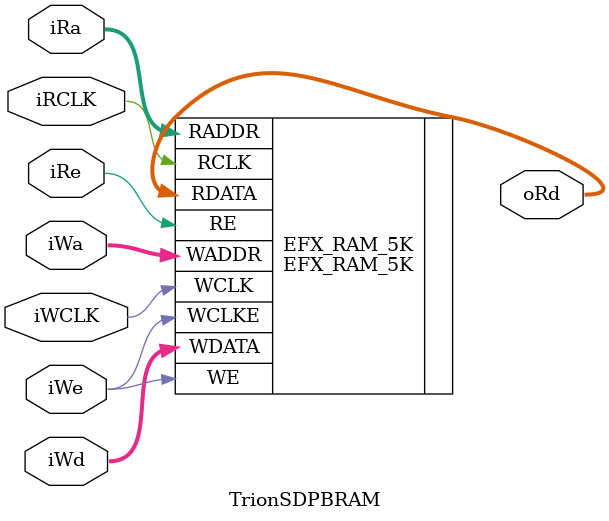
<source format=v>

module TrionSDPBRAM #(
parameter pDataWidth	= 16,
parameter pAddrWidth	= 16,
parameter pClkDomainAsync = "no"
)(
input [pDataWidth-1:0]	iWd,	// Write Data
input [pAddrWidth-1:0]	iWa,	// Write Adrs
input					iWe,	// Write Enable
output[pDataWidth-1:0]	oRd,	// Read Data
input [pAddrWidth-1:0]	iRa,	// Read Adrs
input 					iRe,	// Read Enable
input					iRCLK,
input					iWCLK
);

localparam lpClkDomainAsync = pClkDomainAsync == "yes" ? "READ_UNKNOWN" : "READ_FIRST";

EFX_RAM_5K #(
	// Polarity 0:ActiveLow, 1:Active High
	.WCLK_POLARITY(1'b1),		.WCLKE_POLARITY(1'b1),
	.WE_POLARITY(1'b1),
	.RCLK_POLARITY(1'b1),	 	.RE_POLARITY(1'b1),
	// Data Width
	.READ_WIDTH(pDataWidth), 		.WRITE_WIDTH(pDataWidth),
	// Output register enable
	.OUTPUT_REG(1'b0),
	// write mode
	.WRITE_MODE(lpClkDomainAsync),
	// 256-bit INIT string
	.INIT_0 (256'h0000000000000000000000000000000000000000000000000000000000000000),
	.INIT_1 (256'h0000000000000000000000000000000000000000000000000000000000000000),
	.INIT_2 (256'h0000000000000000000000000000000000000000000000000000000000000000),
	.INIT_3 (256'h0000000000000000000000000000000000000000000000000000000000000000),
	.INIT_4 (256'h0000000000000000000000000000000000000000000000000000000000000000),
	.INIT_5 (256'h0000000000000000000000000000000000000000000000000000000000000000),
	.INIT_6 (256'h0000000000000000000000000000000000000000000000000000000000000000),
	.INIT_7 (256'h0000000000000000000000000000000000000000000000000000000000000000),
	.INIT_8 (256'h0000000000000000000000000000000000000000000000000000000000000000),
	.INIT_9 (256'h0000000000000000000000000000000000000000000000000000000000000000),
	.INIT_A (256'h0000000000000000000000000000000000000000000000000000000000000000),
	.INIT_B (256'h0000000000000000000000000000000000000000000000000000000000000000),
	.INIT_C (256'h0000000000000000000000000000000000000000000000000000000000000000),
	.INIT_D (256'h0000000000000000000000000000000000000000000000000000000000000000),
	.INIT_E (256'h0000000000000000000000000000000000000000000000000000000000000000),
	.INIT_F (256'h0000000000000000000000000000000000000000000000000000000000000000),
	.INIT_10 (256'h0000000000000000000000000000000000000000000000000000000000000000),
	.INIT_11 (256'h0000000000000000000000000000000000000000000000000000000000000000),
	.INIT_12 (256'h0000000000000000000000000000000000000000000000000000000000000000),
	.INIT_13 (256'h0000000000000000000000000000000000000000000000000000000000000000)
) EFX_RAM_5K (
	.RDATA(oRd), 	// read data output
	.RADDR(iRa), 	// read address input
	.RCLK(iRCLK), 	// read clk
	.RE(iRe),		// read enable
	.WDATA(iWd), 	// write data input
	.WADDR(iWa), 	// write address input
	.WCLK(iWCLK), 	// write clk
	.WE(iWe),		// 1-bit write enable
	.WCLKE(iWe) 	// write clk enable
);

endmodule
</source>
